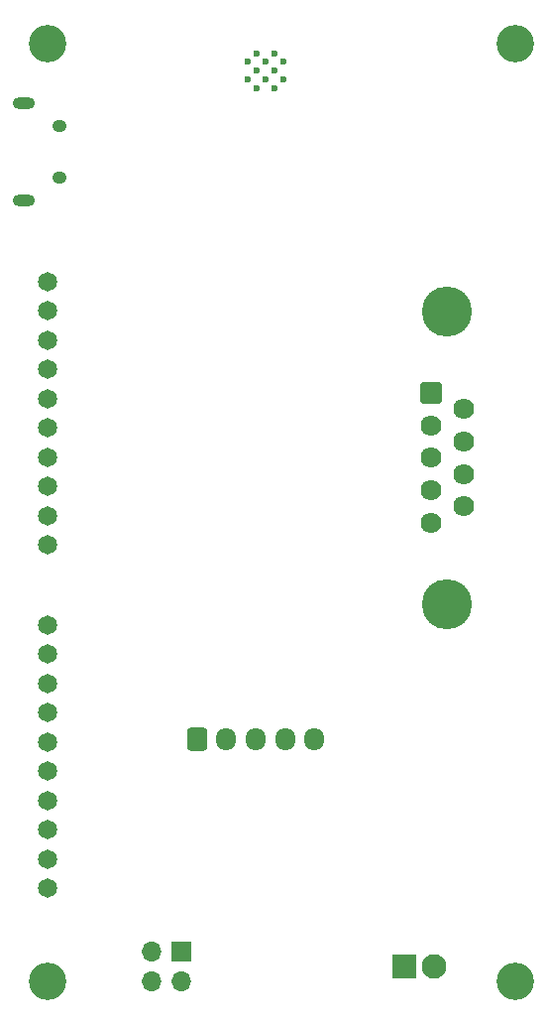
<source format=gbr>
%TF.GenerationSoftware,KiCad,Pcbnew,8.0.5*%
%TF.CreationDate,2024-10-10T20:32:44-06:00*%
%TF.ProjectId,PancakeCNCPCB,50616e63-616b-4654-934e-435043422e6b,rev?*%
%TF.SameCoordinates,Original*%
%TF.FileFunction,Soldermask,Bot*%
%TF.FilePolarity,Negative*%
%FSLAX46Y46*%
G04 Gerber Fmt 4.6, Leading zero omitted, Abs format (unit mm)*
G04 Created by KiCad (PCBNEW 8.0.5) date 2024-10-10 20:32:44*
%MOMM*%
%LPD*%
G01*
G04 APERTURE LIST*
G04 Aperture macros list*
%AMRoundRect*
0 Rectangle with rounded corners*
0 $1 Rounding radius*
0 $2 $3 $4 $5 $6 $7 $8 $9 X,Y pos of 4 corners*
0 Add a 4 corners polygon primitive as box body*
4,1,4,$2,$3,$4,$5,$6,$7,$8,$9,$2,$3,0*
0 Add four circle primitives for the rounded corners*
1,1,$1+$1,$2,$3*
1,1,$1+$1,$4,$5*
1,1,$1+$1,$6,$7*
1,1,$1+$1,$8,$9*
0 Add four rect primitives between the rounded corners*
20,1,$1+$1,$2,$3,$4,$5,0*
20,1,$1+$1,$4,$5,$6,$7,0*
20,1,$1+$1,$6,$7,$8,$9,0*
20,1,$1+$1,$8,$9,$2,$3,0*%
G04 Aperture macros list end*
%ADD10C,0.600000*%
%ADD11O,1.900000X1.000000*%
%ADD12O,1.250000X1.050000*%
%ADD13R,1.700000X1.700000*%
%ADD14O,1.700000X1.700000*%
%ADD15C,1.651000*%
%ADD16C,3.200000*%
%ADD17RoundRect,0.102000X0.787500X-0.787500X0.787500X0.787500X-0.787500X0.787500X-0.787500X-0.787500X0*%
%ADD18C,1.779000*%
%ADD19C,4.270000*%
%ADD20RoundRect,0.250000X-0.600000X-0.725000X0.600000X-0.725000X0.600000X0.725000X-0.600000X0.725000X0*%
%ADD21O,1.700000X1.950000*%
%ADD22R,2.100000X2.100000*%
%ADD23C,2.100000*%
G04 APERTURE END LIST*
D10*
%TO.C,U2*%
X50140000Y-52590000D03*
X50140000Y-54090000D03*
X50890000Y-51840000D03*
X50890000Y-53340000D03*
X50890000Y-54840000D03*
X51640000Y-52590000D03*
X51640000Y-54090000D03*
X52390000Y-51840000D03*
X52390000Y-53340000D03*
X52390000Y-54840000D03*
X53140000Y-52590000D03*
X53140000Y-54090000D03*
%TD*%
D11*
%TO.C,J1*%
X31000000Y-64430000D03*
D12*
X34000000Y-62480000D03*
X34000000Y-58030000D03*
D11*
X31000000Y-56080000D03*
%TD*%
D13*
%TO.C,J7*%
X44430000Y-128470000D03*
D14*
X41890000Y-128470000D03*
X44430000Y-131010000D03*
X41890000Y-131010000D03*
%TD*%
D15*
%TO.C,J4*%
X33000000Y-71320000D03*
X33000000Y-73820000D03*
X33000000Y-76320000D03*
X33000000Y-78820000D03*
X33000000Y-81320000D03*
X33000000Y-83820000D03*
X33000000Y-86320000D03*
X33000000Y-88820000D03*
X33000000Y-91320000D03*
X33000000Y-93820000D03*
%TD*%
%TO.C,J5*%
X33000000Y-123110000D03*
X33000000Y-120610000D03*
X33000000Y-118110000D03*
X33000000Y-115610000D03*
X33000000Y-113110000D03*
X33000000Y-110610000D03*
X33000000Y-108110000D03*
X33000000Y-105610000D03*
X33000000Y-103110000D03*
X33000000Y-100610000D03*
%TD*%
D16*
%TO.C,H4*%
X33000000Y-51000000D03*
%TD*%
D17*
%TO.C,J2*%
X65727500Y-80815000D03*
D18*
X65727500Y-83585000D03*
X65727500Y-86355000D03*
X65727500Y-89125000D03*
X65727500Y-91895000D03*
X68567500Y-82200000D03*
X68567500Y-84970000D03*
X68567500Y-87740000D03*
X68567500Y-90510000D03*
D19*
X67147500Y-98850000D03*
X67147500Y-73860000D03*
%TD*%
D16*
%TO.C,H1*%
X73000000Y-131000000D03*
%TD*%
D20*
%TO.C,J6*%
X45780000Y-110390000D03*
D21*
X48280000Y-110390000D03*
X50780000Y-110390000D03*
X53280000Y-110390000D03*
X55780000Y-110390000D03*
%TD*%
D22*
%TO.C,J3*%
X63480000Y-129740000D03*
D23*
X66020000Y-129740000D03*
%TD*%
D16*
%TO.C,H3*%
X73000000Y-51000000D03*
%TD*%
%TO.C,H2*%
X33000000Y-131000000D03*
%TD*%
M02*

</source>
